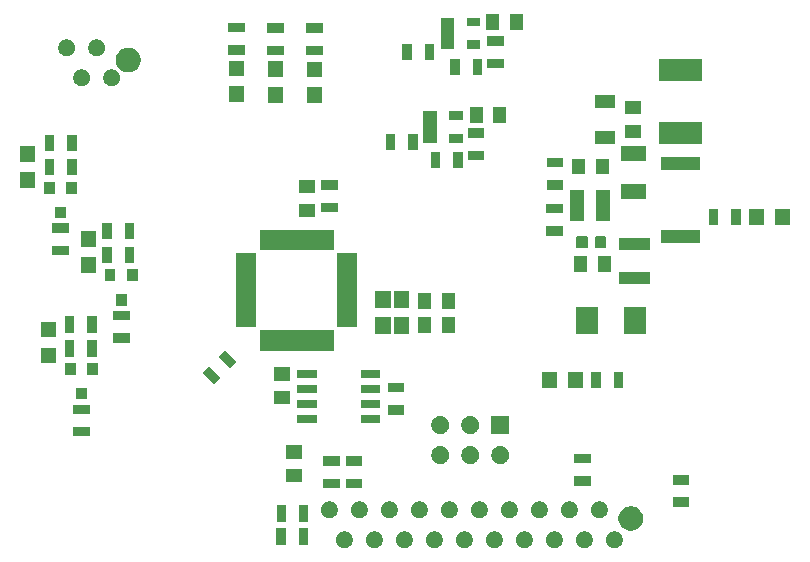
<source format=gts>
G04 #@! TF.GenerationSoftware,KiCad,Pcbnew,5.0.2-bee76a0~70~ubuntu18.04.1*
G04 #@! TF.CreationDate,2019-04-11T22:59:15-04:00*
G04 #@! TF.ProjectId,throttle,7468726f-7474-46c6-952e-6b696361645f,rev?*
G04 #@! TF.SameCoordinates,Original*
G04 #@! TF.FileFunction,Soldermask,Top*
G04 #@! TF.FilePolarity,Negative*
%FSLAX46Y46*%
G04 Gerber Fmt 4.6, Leading zero omitted, Abs format (unit mm)*
G04 Created by KiCad (PCBNEW 5.0.2-bee76a0~70~ubuntu18.04.1) date Thu 11 Apr 2019 10:59:15 PM EDT*
%MOMM*%
%LPD*%
G01*
G04 APERTURE LIST*
%ADD10C,0.100000*%
G04 APERTURE END LIST*
D10*
G36*
X93803472Y-80224938D02*
X93931049Y-80277782D01*
X94045865Y-80354500D01*
X94143500Y-80452135D01*
X94220218Y-80566951D01*
X94273062Y-80694528D01*
X94300000Y-80829956D01*
X94300000Y-80968044D01*
X94273062Y-81103472D01*
X94220218Y-81231049D01*
X94143500Y-81345865D01*
X94045865Y-81443500D01*
X93931049Y-81520218D01*
X93803472Y-81573062D01*
X93668044Y-81600000D01*
X93529956Y-81600000D01*
X93394528Y-81573062D01*
X93266951Y-81520218D01*
X93152135Y-81443500D01*
X93054500Y-81345865D01*
X92977782Y-81231049D01*
X92924938Y-81103472D01*
X92898000Y-80968044D01*
X92898000Y-80829956D01*
X92924938Y-80694528D01*
X92977782Y-80566951D01*
X93054500Y-80452135D01*
X93152135Y-80354500D01*
X93266951Y-80277782D01*
X93394528Y-80224938D01*
X93529956Y-80198000D01*
X93668044Y-80198000D01*
X93803472Y-80224938D01*
X93803472Y-80224938D01*
G37*
G36*
X96343472Y-80224938D02*
X96471049Y-80277782D01*
X96585865Y-80354500D01*
X96683500Y-80452135D01*
X96760218Y-80566951D01*
X96813062Y-80694528D01*
X96840000Y-80829956D01*
X96840000Y-80968044D01*
X96813062Y-81103472D01*
X96760218Y-81231049D01*
X96683500Y-81345865D01*
X96585865Y-81443500D01*
X96471049Y-81520218D01*
X96343472Y-81573062D01*
X96208044Y-81600000D01*
X96069956Y-81600000D01*
X95934528Y-81573062D01*
X95806951Y-81520218D01*
X95692135Y-81443500D01*
X95594500Y-81345865D01*
X95517782Y-81231049D01*
X95464938Y-81103472D01*
X95438000Y-80968044D01*
X95438000Y-80829956D01*
X95464938Y-80694528D01*
X95517782Y-80566951D01*
X95594500Y-80452135D01*
X95692135Y-80354500D01*
X95806951Y-80277782D01*
X95934528Y-80224938D01*
X96069956Y-80198000D01*
X96208044Y-80198000D01*
X96343472Y-80224938D01*
X96343472Y-80224938D01*
G37*
G36*
X76023472Y-80224938D02*
X76151049Y-80277782D01*
X76265865Y-80354500D01*
X76363500Y-80452135D01*
X76440218Y-80566951D01*
X76493062Y-80694528D01*
X76520000Y-80829956D01*
X76520000Y-80968044D01*
X76493062Y-81103472D01*
X76440218Y-81231049D01*
X76363500Y-81345865D01*
X76265865Y-81443500D01*
X76151049Y-81520218D01*
X76023472Y-81573062D01*
X75888044Y-81600000D01*
X75749956Y-81600000D01*
X75614528Y-81573062D01*
X75486951Y-81520218D01*
X75372135Y-81443500D01*
X75274500Y-81345865D01*
X75197782Y-81231049D01*
X75144938Y-81103472D01*
X75118000Y-80968044D01*
X75118000Y-80829956D01*
X75144938Y-80694528D01*
X75197782Y-80566951D01*
X75274500Y-80452135D01*
X75372135Y-80354500D01*
X75486951Y-80277782D01*
X75614528Y-80224938D01*
X75749956Y-80198000D01*
X75888044Y-80198000D01*
X76023472Y-80224938D01*
X76023472Y-80224938D01*
G37*
G36*
X78563472Y-80224938D02*
X78691049Y-80277782D01*
X78805865Y-80354500D01*
X78903500Y-80452135D01*
X78980218Y-80566951D01*
X79033062Y-80694528D01*
X79060000Y-80829956D01*
X79060000Y-80968044D01*
X79033062Y-81103472D01*
X78980218Y-81231049D01*
X78903500Y-81345865D01*
X78805865Y-81443500D01*
X78691049Y-81520218D01*
X78563472Y-81573062D01*
X78428044Y-81600000D01*
X78289956Y-81600000D01*
X78154528Y-81573062D01*
X78026951Y-81520218D01*
X77912135Y-81443500D01*
X77814500Y-81345865D01*
X77737782Y-81231049D01*
X77684938Y-81103472D01*
X77658000Y-80968044D01*
X77658000Y-80829956D01*
X77684938Y-80694528D01*
X77737782Y-80566951D01*
X77814500Y-80452135D01*
X77912135Y-80354500D01*
X78026951Y-80277782D01*
X78154528Y-80224938D01*
X78289956Y-80198000D01*
X78428044Y-80198000D01*
X78563472Y-80224938D01*
X78563472Y-80224938D01*
G37*
G36*
X81103472Y-80224938D02*
X81231049Y-80277782D01*
X81345865Y-80354500D01*
X81443500Y-80452135D01*
X81520218Y-80566951D01*
X81573062Y-80694528D01*
X81600000Y-80829956D01*
X81600000Y-80968044D01*
X81573062Y-81103472D01*
X81520218Y-81231049D01*
X81443500Y-81345865D01*
X81345865Y-81443500D01*
X81231049Y-81520218D01*
X81103472Y-81573062D01*
X80968044Y-81600000D01*
X80829956Y-81600000D01*
X80694528Y-81573062D01*
X80566951Y-81520218D01*
X80452135Y-81443500D01*
X80354500Y-81345865D01*
X80277782Y-81231049D01*
X80224938Y-81103472D01*
X80198000Y-80968044D01*
X80198000Y-80829956D01*
X80224938Y-80694528D01*
X80277782Y-80566951D01*
X80354500Y-80452135D01*
X80452135Y-80354500D01*
X80566951Y-80277782D01*
X80694528Y-80224938D01*
X80829956Y-80198000D01*
X80968044Y-80198000D01*
X81103472Y-80224938D01*
X81103472Y-80224938D01*
G37*
G36*
X83643472Y-80224938D02*
X83771049Y-80277782D01*
X83885865Y-80354500D01*
X83983500Y-80452135D01*
X84060218Y-80566951D01*
X84113062Y-80694528D01*
X84140000Y-80829956D01*
X84140000Y-80968044D01*
X84113062Y-81103472D01*
X84060218Y-81231049D01*
X83983500Y-81345865D01*
X83885865Y-81443500D01*
X83771049Y-81520218D01*
X83643472Y-81573062D01*
X83508044Y-81600000D01*
X83369956Y-81600000D01*
X83234528Y-81573062D01*
X83106951Y-81520218D01*
X82992135Y-81443500D01*
X82894500Y-81345865D01*
X82817782Y-81231049D01*
X82764938Y-81103472D01*
X82738000Y-80968044D01*
X82738000Y-80829956D01*
X82764938Y-80694528D01*
X82817782Y-80566951D01*
X82894500Y-80452135D01*
X82992135Y-80354500D01*
X83106951Y-80277782D01*
X83234528Y-80224938D01*
X83369956Y-80198000D01*
X83508044Y-80198000D01*
X83643472Y-80224938D01*
X83643472Y-80224938D01*
G37*
G36*
X88723472Y-80224938D02*
X88851049Y-80277782D01*
X88965865Y-80354500D01*
X89063500Y-80452135D01*
X89140218Y-80566951D01*
X89193062Y-80694528D01*
X89220000Y-80829956D01*
X89220000Y-80968044D01*
X89193062Y-81103472D01*
X89140218Y-81231049D01*
X89063500Y-81345865D01*
X88965865Y-81443500D01*
X88851049Y-81520218D01*
X88723472Y-81573062D01*
X88588044Y-81600000D01*
X88449956Y-81600000D01*
X88314528Y-81573062D01*
X88186951Y-81520218D01*
X88072135Y-81443500D01*
X87974500Y-81345865D01*
X87897782Y-81231049D01*
X87844938Y-81103472D01*
X87818000Y-80968044D01*
X87818000Y-80829956D01*
X87844938Y-80694528D01*
X87897782Y-80566951D01*
X87974500Y-80452135D01*
X88072135Y-80354500D01*
X88186951Y-80277782D01*
X88314528Y-80224938D01*
X88449956Y-80198000D01*
X88588044Y-80198000D01*
X88723472Y-80224938D01*
X88723472Y-80224938D01*
G37*
G36*
X86183472Y-80224938D02*
X86311049Y-80277782D01*
X86425865Y-80354500D01*
X86523500Y-80452135D01*
X86600218Y-80566951D01*
X86653062Y-80694528D01*
X86680000Y-80829956D01*
X86680000Y-80968044D01*
X86653062Y-81103472D01*
X86600218Y-81231049D01*
X86523500Y-81345865D01*
X86425865Y-81443500D01*
X86311049Y-81520218D01*
X86183472Y-81573062D01*
X86048044Y-81600000D01*
X85909956Y-81600000D01*
X85774528Y-81573062D01*
X85646951Y-81520218D01*
X85532135Y-81443500D01*
X85434500Y-81345865D01*
X85357782Y-81231049D01*
X85304938Y-81103472D01*
X85278000Y-80968044D01*
X85278000Y-80829956D01*
X85304938Y-80694528D01*
X85357782Y-80566951D01*
X85434500Y-80452135D01*
X85532135Y-80354500D01*
X85646951Y-80277782D01*
X85774528Y-80224938D01*
X85909956Y-80198000D01*
X86048044Y-80198000D01*
X86183472Y-80224938D01*
X86183472Y-80224938D01*
G37*
G36*
X98883472Y-80224938D02*
X99011049Y-80277782D01*
X99125865Y-80354500D01*
X99223500Y-80452135D01*
X99300218Y-80566951D01*
X99353062Y-80694528D01*
X99380000Y-80829956D01*
X99380000Y-80968044D01*
X99353062Y-81103472D01*
X99300218Y-81231049D01*
X99223500Y-81345865D01*
X99125865Y-81443500D01*
X99011049Y-81520218D01*
X98883472Y-81573062D01*
X98748044Y-81600000D01*
X98609956Y-81600000D01*
X98474528Y-81573062D01*
X98346951Y-81520218D01*
X98232135Y-81443500D01*
X98134500Y-81345865D01*
X98057782Y-81231049D01*
X98004938Y-81103472D01*
X97978000Y-80968044D01*
X97978000Y-80829956D01*
X98004938Y-80694528D01*
X98057782Y-80566951D01*
X98134500Y-80452135D01*
X98232135Y-80354500D01*
X98346951Y-80277782D01*
X98474528Y-80224938D01*
X98609956Y-80198000D01*
X98748044Y-80198000D01*
X98883472Y-80224938D01*
X98883472Y-80224938D01*
G37*
G36*
X91263472Y-80224938D02*
X91391049Y-80277782D01*
X91505865Y-80354500D01*
X91603500Y-80452135D01*
X91680218Y-80566951D01*
X91733062Y-80694528D01*
X91760000Y-80829956D01*
X91760000Y-80968044D01*
X91733062Y-81103472D01*
X91680218Y-81231049D01*
X91603500Y-81345865D01*
X91505865Y-81443500D01*
X91391049Y-81520218D01*
X91263472Y-81573062D01*
X91128044Y-81600000D01*
X90989956Y-81600000D01*
X90854528Y-81573062D01*
X90726951Y-81520218D01*
X90612135Y-81443500D01*
X90514500Y-81345865D01*
X90437782Y-81231049D01*
X90384938Y-81103472D01*
X90358000Y-80968044D01*
X90358000Y-80829956D01*
X90384938Y-80694528D01*
X90437782Y-80566951D01*
X90514500Y-80452135D01*
X90612135Y-80354500D01*
X90726951Y-80277782D01*
X90854528Y-80224938D01*
X90989956Y-80198000D01*
X91128044Y-80198000D01*
X91263472Y-80224938D01*
X91263472Y-80224938D01*
G37*
G36*
X72750400Y-81320600D02*
X71948400Y-81320600D01*
X71948400Y-79918600D01*
X72750400Y-79918600D01*
X72750400Y-81320600D01*
X72750400Y-81320600D01*
G37*
G36*
X70850400Y-81320600D02*
X70048400Y-81320600D01*
X70048400Y-79918600D01*
X70850400Y-79918600D01*
X70850400Y-81320600D01*
X70850400Y-81320600D01*
G37*
G36*
X100385565Y-78088389D02*
X100576834Y-78167615D01*
X100748976Y-78282637D01*
X100895363Y-78429024D01*
X101010385Y-78601166D01*
X101089611Y-78792435D01*
X101130000Y-78995484D01*
X101130000Y-79202516D01*
X101089611Y-79405565D01*
X101010385Y-79596834D01*
X100895363Y-79768976D01*
X100748976Y-79915363D01*
X100576834Y-80030385D01*
X100385565Y-80109611D01*
X100182516Y-80150000D01*
X99975484Y-80150000D01*
X99772435Y-80109611D01*
X99581166Y-80030385D01*
X99409024Y-79915363D01*
X99262637Y-79768976D01*
X99147615Y-79596834D01*
X99068389Y-79405565D01*
X99028000Y-79202516D01*
X99028000Y-78995484D01*
X99068389Y-78792435D01*
X99147615Y-78601166D01*
X99262637Y-78429024D01*
X99409024Y-78282637D01*
X99581166Y-78167615D01*
X99772435Y-78088389D01*
X99975484Y-78048000D01*
X100182516Y-78048000D01*
X100385565Y-78088389D01*
X100385565Y-78088389D01*
G37*
G36*
X72786000Y-79364800D02*
X71984000Y-79364800D01*
X71984000Y-77962800D01*
X72786000Y-77962800D01*
X72786000Y-79364800D01*
X72786000Y-79364800D01*
G37*
G36*
X70886000Y-79364800D02*
X70084000Y-79364800D01*
X70084000Y-77962800D01*
X70886000Y-77962800D01*
X70886000Y-79364800D01*
X70886000Y-79364800D01*
G37*
G36*
X95073472Y-77684938D02*
X95201049Y-77737782D01*
X95315865Y-77814500D01*
X95413500Y-77912135D01*
X95490218Y-78026951D01*
X95543062Y-78154528D01*
X95570000Y-78289956D01*
X95570000Y-78428044D01*
X95543062Y-78563472D01*
X95490218Y-78691049D01*
X95413500Y-78805865D01*
X95315865Y-78903500D01*
X95201049Y-78980218D01*
X95073472Y-79033062D01*
X94938044Y-79060000D01*
X94799956Y-79060000D01*
X94664528Y-79033062D01*
X94536951Y-78980218D01*
X94422135Y-78903500D01*
X94324500Y-78805865D01*
X94247782Y-78691049D01*
X94194938Y-78563472D01*
X94168000Y-78428044D01*
X94168000Y-78289956D01*
X94194938Y-78154528D01*
X94247782Y-78026951D01*
X94324500Y-77912135D01*
X94422135Y-77814500D01*
X94536951Y-77737782D01*
X94664528Y-77684938D01*
X94799956Y-77658000D01*
X94938044Y-77658000D01*
X95073472Y-77684938D01*
X95073472Y-77684938D01*
G37*
G36*
X77293472Y-77684938D02*
X77421049Y-77737782D01*
X77535865Y-77814500D01*
X77633500Y-77912135D01*
X77710218Y-78026951D01*
X77763062Y-78154528D01*
X77790000Y-78289956D01*
X77790000Y-78428044D01*
X77763062Y-78563472D01*
X77710218Y-78691049D01*
X77633500Y-78805865D01*
X77535865Y-78903500D01*
X77421049Y-78980218D01*
X77293472Y-79033062D01*
X77158044Y-79060000D01*
X77019956Y-79060000D01*
X76884528Y-79033062D01*
X76756951Y-78980218D01*
X76642135Y-78903500D01*
X76544500Y-78805865D01*
X76467782Y-78691049D01*
X76414938Y-78563472D01*
X76388000Y-78428044D01*
X76388000Y-78289956D01*
X76414938Y-78154528D01*
X76467782Y-78026951D01*
X76544500Y-77912135D01*
X76642135Y-77814500D01*
X76756951Y-77737782D01*
X76884528Y-77684938D01*
X77019956Y-77658000D01*
X77158044Y-77658000D01*
X77293472Y-77684938D01*
X77293472Y-77684938D01*
G37*
G36*
X79833472Y-77684938D02*
X79961049Y-77737782D01*
X80075865Y-77814500D01*
X80173500Y-77912135D01*
X80250218Y-78026951D01*
X80303062Y-78154528D01*
X80330000Y-78289956D01*
X80330000Y-78428044D01*
X80303062Y-78563472D01*
X80250218Y-78691049D01*
X80173500Y-78805865D01*
X80075865Y-78903500D01*
X79961049Y-78980218D01*
X79833472Y-79033062D01*
X79698044Y-79060000D01*
X79559956Y-79060000D01*
X79424528Y-79033062D01*
X79296951Y-78980218D01*
X79182135Y-78903500D01*
X79084500Y-78805865D01*
X79007782Y-78691049D01*
X78954938Y-78563472D01*
X78928000Y-78428044D01*
X78928000Y-78289956D01*
X78954938Y-78154528D01*
X79007782Y-78026951D01*
X79084500Y-77912135D01*
X79182135Y-77814500D01*
X79296951Y-77737782D01*
X79424528Y-77684938D01*
X79559956Y-77658000D01*
X79698044Y-77658000D01*
X79833472Y-77684938D01*
X79833472Y-77684938D01*
G37*
G36*
X82373472Y-77684938D02*
X82501049Y-77737782D01*
X82615865Y-77814500D01*
X82713500Y-77912135D01*
X82790218Y-78026951D01*
X82843062Y-78154528D01*
X82870000Y-78289956D01*
X82870000Y-78428044D01*
X82843062Y-78563472D01*
X82790218Y-78691049D01*
X82713500Y-78805865D01*
X82615865Y-78903500D01*
X82501049Y-78980218D01*
X82373472Y-79033062D01*
X82238044Y-79060000D01*
X82099956Y-79060000D01*
X81964528Y-79033062D01*
X81836951Y-78980218D01*
X81722135Y-78903500D01*
X81624500Y-78805865D01*
X81547782Y-78691049D01*
X81494938Y-78563472D01*
X81468000Y-78428044D01*
X81468000Y-78289956D01*
X81494938Y-78154528D01*
X81547782Y-78026951D01*
X81624500Y-77912135D01*
X81722135Y-77814500D01*
X81836951Y-77737782D01*
X81964528Y-77684938D01*
X82099956Y-77658000D01*
X82238044Y-77658000D01*
X82373472Y-77684938D01*
X82373472Y-77684938D01*
G37*
G36*
X97613472Y-77684938D02*
X97741049Y-77737782D01*
X97855865Y-77814500D01*
X97953500Y-77912135D01*
X98030218Y-78026951D01*
X98083062Y-78154528D01*
X98110000Y-78289956D01*
X98110000Y-78428044D01*
X98083062Y-78563472D01*
X98030218Y-78691049D01*
X97953500Y-78805865D01*
X97855865Y-78903500D01*
X97741049Y-78980218D01*
X97613472Y-79033062D01*
X97478044Y-79060000D01*
X97339956Y-79060000D01*
X97204528Y-79033062D01*
X97076951Y-78980218D01*
X96962135Y-78903500D01*
X96864500Y-78805865D01*
X96787782Y-78691049D01*
X96734938Y-78563472D01*
X96708000Y-78428044D01*
X96708000Y-78289956D01*
X96734938Y-78154528D01*
X96787782Y-78026951D01*
X96864500Y-77912135D01*
X96962135Y-77814500D01*
X97076951Y-77737782D01*
X97204528Y-77684938D01*
X97339956Y-77658000D01*
X97478044Y-77658000D01*
X97613472Y-77684938D01*
X97613472Y-77684938D01*
G37*
G36*
X92533472Y-77684938D02*
X92661049Y-77737782D01*
X92775865Y-77814500D01*
X92873500Y-77912135D01*
X92950218Y-78026951D01*
X93003062Y-78154528D01*
X93030000Y-78289956D01*
X93030000Y-78428044D01*
X93003062Y-78563472D01*
X92950218Y-78691049D01*
X92873500Y-78805865D01*
X92775865Y-78903500D01*
X92661049Y-78980218D01*
X92533472Y-79033062D01*
X92398044Y-79060000D01*
X92259956Y-79060000D01*
X92124528Y-79033062D01*
X91996951Y-78980218D01*
X91882135Y-78903500D01*
X91784500Y-78805865D01*
X91707782Y-78691049D01*
X91654938Y-78563472D01*
X91628000Y-78428044D01*
X91628000Y-78289956D01*
X91654938Y-78154528D01*
X91707782Y-78026951D01*
X91784500Y-77912135D01*
X91882135Y-77814500D01*
X91996951Y-77737782D01*
X92124528Y-77684938D01*
X92259956Y-77658000D01*
X92398044Y-77658000D01*
X92533472Y-77684938D01*
X92533472Y-77684938D01*
G37*
G36*
X84913472Y-77684938D02*
X85041049Y-77737782D01*
X85155865Y-77814500D01*
X85253500Y-77912135D01*
X85330218Y-78026951D01*
X85383062Y-78154528D01*
X85410000Y-78289956D01*
X85410000Y-78428044D01*
X85383062Y-78563472D01*
X85330218Y-78691049D01*
X85253500Y-78805865D01*
X85155865Y-78903500D01*
X85041049Y-78980218D01*
X84913472Y-79033062D01*
X84778044Y-79060000D01*
X84639956Y-79060000D01*
X84504528Y-79033062D01*
X84376951Y-78980218D01*
X84262135Y-78903500D01*
X84164500Y-78805865D01*
X84087782Y-78691049D01*
X84034938Y-78563472D01*
X84008000Y-78428044D01*
X84008000Y-78289956D01*
X84034938Y-78154528D01*
X84087782Y-78026951D01*
X84164500Y-77912135D01*
X84262135Y-77814500D01*
X84376951Y-77737782D01*
X84504528Y-77684938D01*
X84639956Y-77658000D01*
X84778044Y-77658000D01*
X84913472Y-77684938D01*
X84913472Y-77684938D01*
G37*
G36*
X89993472Y-77684938D02*
X90121049Y-77737782D01*
X90235865Y-77814500D01*
X90333500Y-77912135D01*
X90410218Y-78026951D01*
X90463062Y-78154528D01*
X90490000Y-78289956D01*
X90490000Y-78428044D01*
X90463062Y-78563472D01*
X90410218Y-78691049D01*
X90333500Y-78805865D01*
X90235865Y-78903500D01*
X90121049Y-78980218D01*
X89993472Y-79033062D01*
X89858044Y-79060000D01*
X89719956Y-79060000D01*
X89584528Y-79033062D01*
X89456951Y-78980218D01*
X89342135Y-78903500D01*
X89244500Y-78805865D01*
X89167782Y-78691049D01*
X89114938Y-78563472D01*
X89088000Y-78428044D01*
X89088000Y-78289956D01*
X89114938Y-78154528D01*
X89167782Y-78026951D01*
X89244500Y-77912135D01*
X89342135Y-77814500D01*
X89456951Y-77737782D01*
X89584528Y-77684938D01*
X89719956Y-77658000D01*
X89858044Y-77658000D01*
X89993472Y-77684938D01*
X89993472Y-77684938D01*
G37*
G36*
X87453472Y-77684938D02*
X87581049Y-77737782D01*
X87695865Y-77814500D01*
X87793500Y-77912135D01*
X87870218Y-78026951D01*
X87923062Y-78154528D01*
X87950000Y-78289956D01*
X87950000Y-78428044D01*
X87923062Y-78563472D01*
X87870218Y-78691049D01*
X87793500Y-78805865D01*
X87695865Y-78903500D01*
X87581049Y-78980218D01*
X87453472Y-79033062D01*
X87318044Y-79060000D01*
X87179956Y-79060000D01*
X87044528Y-79033062D01*
X86916951Y-78980218D01*
X86802135Y-78903500D01*
X86704500Y-78805865D01*
X86627782Y-78691049D01*
X86574938Y-78563472D01*
X86548000Y-78428044D01*
X86548000Y-78289956D01*
X86574938Y-78154528D01*
X86627782Y-78026951D01*
X86704500Y-77912135D01*
X86802135Y-77814500D01*
X86916951Y-77737782D01*
X87044528Y-77684938D01*
X87179956Y-77658000D01*
X87318044Y-77658000D01*
X87453472Y-77684938D01*
X87453472Y-77684938D01*
G37*
G36*
X74753472Y-77684938D02*
X74881049Y-77737782D01*
X74995865Y-77814500D01*
X75093500Y-77912135D01*
X75170218Y-78026951D01*
X75223062Y-78154528D01*
X75250000Y-78289956D01*
X75250000Y-78428044D01*
X75223062Y-78563472D01*
X75170218Y-78691049D01*
X75093500Y-78805865D01*
X74995865Y-78903500D01*
X74881049Y-78980218D01*
X74753472Y-79033062D01*
X74618044Y-79060000D01*
X74479956Y-79060000D01*
X74344528Y-79033062D01*
X74216951Y-78980218D01*
X74102135Y-78903500D01*
X74004500Y-78805865D01*
X73927782Y-78691049D01*
X73874938Y-78563472D01*
X73848000Y-78428044D01*
X73848000Y-78289956D01*
X73874938Y-78154528D01*
X73927782Y-78026951D01*
X74004500Y-77912135D01*
X74102135Y-77814500D01*
X74216951Y-77737782D01*
X74344528Y-77684938D01*
X74479956Y-77658000D01*
X74618044Y-77658000D01*
X74753472Y-77684938D01*
X74753472Y-77684938D01*
G37*
G36*
X105031500Y-78122500D02*
X103629500Y-78122500D01*
X103629500Y-77320500D01*
X105031500Y-77320500D01*
X105031500Y-78122500D01*
X105031500Y-78122500D01*
G37*
G36*
X77345500Y-76532500D02*
X75943500Y-76532500D01*
X75943500Y-75730500D01*
X77345500Y-75730500D01*
X77345500Y-76532500D01*
X77345500Y-76532500D01*
G37*
G36*
X75440500Y-76532500D02*
X74038500Y-76532500D01*
X74038500Y-75730500D01*
X75440500Y-75730500D01*
X75440500Y-76532500D01*
X75440500Y-76532500D01*
G37*
G36*
X96713000Y-76342000D02*
X95311000Y-76342000D01*
X95311000Y-75540000D01*
X96713000Y-75540000D01*
X96713000Y-76342000D01*
X96713000Y-76342000D01*
G37*
G36*
X105031500Y-76222500D02*
X103629500Y-76222500D01*
X103629500Y-75420500D01*
X105031500Y-75420500D01*
X105031500Y-76222500D01*
X105031500Y-76222500D01*
G37*
G36*
X72240500Y-76020500D02*
X70888500Y-76020500D01*
X70888500Y-74918500D01*
X72240500Y-74918500D01*
X72240500Y-76020500D01*
X72240500Y-76020500D01*
G37*
G36*
X77345500Y-74632500D02*
X75943500Y-74632500D01*
X75943500Y-73830500D01*
X77345500Y-73830500D01*
X77345500Y-74632500D01*
X77345500Y-74632500D01*
G37*
G36*
X75440500Y-74632500D02*
X74038500Y-74632500D01*
X74038500Y-73830500D01*
X75440500Y-73830500D01*
X75440500Y-74632500D01*
X75440500Y-74632500D01*
G37*
G36*
X89159004Y-72984044D02*
X89246059Y-73001360D01*
X89382732Y-73057972D01*
X89382733Y-73057973D01*
X89505738Y-73140162D01*
X89610338Y-73244762D01*
X89610340Y-73244765D01*
X89692528Y-73367768D01*
X89749140Y-73504441D01*
X89766456Y-73591496D01*
X89778000Y-73649531D01*
X89778000Y-73797469D01*
X89766456Y-73855504D01*
X89749140Y-73942559D01*
X89692528Y-74079232D01*
X89692527Y-74079233D01*
X89610338Y-74202238D01*
X89505738Y-74306838D01*
X89505735Y-74306840D01*
X89382732Y-74389028D01*
X89246059Y-74445640D01*
X89159004Y-74462956D01*
X89100969Y-74474500D01*
X88953031Y-74474500D01*
X88894996Y-74462956D01*
X88807941Y-74445640D01*
X88671268Y-74389028D01*
X88548265Y-74306840D01*
X88548262Y-74306838D01*
X88443662Y-74202238D01*
X88361473Y-74079233D01*
X88361472Y-74079232D01*
X88304860Y-73942559D01*
X88287544Y-73855504D01*
X88276000Y-73797469D01*
X88276000Y-73649531D01*
X88287544Y-73591496D01*
X88304860Y-73504441D01*
X88361472Y-73367768D01*
X88443660Y-73244765D01*
X88443662Y-73244762D01*
X88548262Y-73140162D01*
X88671267Y-73057973D01*
X88671268Y-73057972D01*
X88807941Y-73001360D01*
X88894996Y-72984044D01*
X88953031Y-72972500D01*
X89100969Y-72972500D01*
X89159004Y-72984044D01*
X89159004Y-72984044D01*
G37*
G36*
X86619004Y-72984044D02*
X86706059Y-73001360D01*
X86842732Y-73057972D01*
X86842733Y-73057973D01*
X86965738Y-73140162D01*
X87070338Y-73244762D01*
X87070340Y-73244765D01*
X87152528Y-73367768D01*
X87209140Y-73504441D01*
X87226456Y-73591496D01*
X87238000Y-73649531D01*
X87238000Y-73797469D01*
X87226456Y-73855504D01*
X87209140Y-73942559D01*
X87152528Y-74079232D01*
X87152527Y-74079233D01*
X87070338Y-74202238D01*
X86965738Y-74306838D01*
X86965735Y-74306840D01*
X86842732Y-74389028D01*
X86706059Y-74445640D01*
X86619004Y-74462956D01*
X86560969Y-74474500D01*
X86413031Y-74474500D01*
X86354996Y-74462956D01*
X86267941Y-74445640D01*
X86131268Y-74389028D01*
X86008265Y-74306840D01*
X86008262Y-74306838D01*
X85903662Y-74202238D01*
X85821473Y-74079233D01*
X85821472Y-74079232D01*
X85764860Y-73942559D01*
X85747544Y-73855504D01*
X85736000Y-73797469D01*
X85736000Y-73649531D01*
X85747544Y-73591496D01*
X85764860Y-73504441D01*
X85821472Y-73367768D01*
X85903660Y-73244765D01*
X85903662Y-73244762D01*
X86008262Y-73140162D01*
X86131267Y-73057973D01*
X86131268Y-73057972D01*
X86267941Y-73001360D01*
X86354996Y-72984044D01*
X86413031Y-72972500D01*
X86560969Y-72972500D01*
X86619004Y-72984044D01*
X86619004Y-72984044D01*
G37*
G36*
X84079004Y-72984044D02*
X84166059Y-73001360D01*
X84302732Y-73057972D01*
X84302733Y-73057973D01*
X84425738Y-73140162D01*
X84530338Y-73244762D01*
X84530340Y-73244765D01*
X84612528Y-73367768D01*
X84669140Y-73504441D01*
X84686456Y-73591496D01*
X84698000Y-73649531D01*
X84698000Y-73797469D01*
X84686456Y-73855504D01*
X84669140Y-73942559D01*
X84612528Y-74079232D01*
X84612527Y-74079233D01*
X84530338Y-74202238D01*
X84425738Y-74306838D01*
X84425735Y-74306840D01*
X84302732Y-74389028D01*
X84166059Y-74445640D01*
X84079004Y-74462956D01*
X84020969Y-74474500D01*
X83873031Y-74474500D01*
X83814996Y-74462956D01*
X83727941Y-74445640D01*
X83591268Y-74389028D01*
X83468265Y-74306840D01*
X83468262Y-74306838D01*
X83363662Y-74202238D01*
X83281473Y-74079233D01*
X83281472Y-74079232D01*
X83224860Y-73942559D01*
X83207544Y-73855504D01*
X83196000Y-73797469D01*
X83196000Y-73649531D01*
X83207544Y-73591496D01*
X83224860Y-73504441D01*
X83281472Y-73367768D01*
X83363660Y-73244765D01*
X83363662Y-73244762D01*
X83468262Y-73140162D01*
X83591267Y-73057973D01*
X83591268Y-73057972D01*
X83727941Y-73001360D01*
X83814996Y-72984044D01*
X83873031Y-72972500D01*
X84020969Y-72972500D01*
X84079004Y-72984044D01*
X84079004Y-72984044D01*
G37*
G36*
X96713000Y-74442000D02*
X95311000Y-74442000D01*
X95311000Y-73640000D01*
X96713000Y-73640000D01*
X96713000Y-74442000D01*
X96713000Y-74442000D01*
G37*
G36*
X72240500Y-74020500D02*
X70888500Y-74020500D01*
X70888500Y-72918500D01*
X72240500Y-72918500D01*
X72240500Y-74020500D01*
X72240500Y-74020500D01*
G37*
G36*
X54272369Y-72156234D02*
X52870369Y-72156234D01*
X52870369Y-71354234D01*
X54272369Y-71354234D01*
X54272369Y-72156234D01*
X54272369Y-72156234D01*
G37*
G36*
X86619004Y-70444044D02*
X86706059Y-70461360D01*
X86842732Y-70517972D01*
X86842733Y-70517973D01*
X86965738Y-70600162D01*
X87070338Y-70704762D01*
X87070340Y-70704765D01*
X87152528Y-70827768D01*
X87209140Y-70964441D01*
X87238000Y-71109533D01*
X87238000Y-71257467D01*
X87209140Y-71402559D01*
X87152528Y-71539232D01*
X87152527Y-71539233D01*
X87070338Y-71662238D01*
X86965738Y-71766838D01*
X86965735Y-71766840D01*
X86842732Y-71849028D01*
X86706059Y-71905640D01*
X86619004Y-71922956D01*
X86560969Y-71934500D01*
X86413031Y-71934500D01*
X86354996Y-71922956D01*
X86267941Y-71905640D01*
X86131268Y-71849028D01*
X86008265Y-71766840D01*
X86008262Y-71766838D01*
X85903662Y-71662238D01*
X85821473Y-71539233D01*
X85821472Y-71539232D01*
X85764860Y-71402559D01*
X85736000Y-71257467D01*
X85736000Y-71109533D01*
X85764860Y-70964441D01*
X85821472Y-70827768D01*
X85903660Y-70704765D01*
X85903662Y-70704762D01*
X86008262Y-70600162D01*
X86131267Y-70517973D01*
X86131268Y-70517972D01*
X86267941Y-70461360D01*
X86354996Y-70444044D01*
X86413031Y-70432500D01*
X86560969Y-70432500D01*
X86619004Y-70444044D01*
X86619004Y-70444044D01*
G37*
G36*
X84079004Y-70444044D02*
X84166059Y-70461360D01*
X84302732Y-70517972D01*
X84302733Y-70517973D01*
X84425738Y-70600162D01*
X84530338Y-70704762D01*
X84530340Y-70704765D01*
X84612528Y-70827768D01*
X84669140Y-70964441D01*
X84698000Y-71109533D01*
X84698000Y-71257467D01*
X84669140Y-71402559D01*
X84612528Y-71539232D01*
X84612527Y-71539233D01*
X84530338Y-71662238D01*
X84425738Y-71766838D01*
X84425735Y-71766840D01*
X84302732Y-71849028D01*
X84166059Y-71905640D01*
X84079004Y-71922956D01*
X84020969Y-71934500D01*
X83873031Y-71934500D01*
X83814996Y-71922956D01*
X83727941Y-71905640D01*
X83591268Y-71849028D01*
X83468265Y-71766840D01*
X83468262Y-71766838D01*
X83363662Y-71662238D01*
X83281473Y-71539233D01*
X83281472Y-71539232D01*
X83224860Y-71402559D01*
X83196000Y-71257467D01*
X83196000Y-71109533D01*
X83224860Y-70964441D01*
X83281472Y-70827768D01*
X83363660Y-70704765D01*
X83363662Y-70704762D01*
X83468262Y-70600162D01*
X83591267Y-70517973D01*
X83591268Y-70517972D01*
X83727941Y-70461360D01*
X83814996Y-70444044D01*
X83873031Y-70432500D01*
X84020969Y-70432500D01*
X84079004Y-70444044D01*
X84079004Y-70444044D01*
G37*
G36*
X89778000Y-71934500D02*
X88276000Y-71934500D01*
X88276000Y-70432500D01*
X89778000Y-70432500D01*
X89778000Y-71934500D01*
X89778000Y-71934500D01*
G37*
G36*
X73478659Y-71048706D02*
X71826659Y-71048706D01*
X71826659Y-70346706D01*
X73478659Y-70346706D01*
X73478659Y-71048706D01*
X73478659Y-71048706D01*
G37*
G36*
X78878659Y-71048706D02*
X77226659Y-71048706D01*
X77226659Y-70346706D01*
X78878659Y-70346706D01*
X78878659Y-71048706D01*
X78878659Y-71048706D01*
G37*
G36*
X80901500Y-70312000D02*
X79499500Y-70312000D01*
X79499500Y-69510000D01*
X80901500Y-69510000D01*
X80901500Y-70312000D01*
X80901500Y-70312000D01*
G37*
G36*
X54272369Y-70256234D02*
X52870369Y-70256234D01*
X52870369Y-69454234D01*
X54272369Y-69454234D01*
X54272369Y-70256234D01*
X54272369Y-70256234D01*
G37*
G36*
X73478659Y-69778706D02*
X71826659Y-69778706D01*
X71826659Y-69076706D01*
X73478659Y-69076706D01*
X73478659Y-69778706D01*
X73478659Y-69778706D01*
G37*
G36*
X78878659Y-69778706D02*
X77226659Y-69778706D01*
X77226659Y-69076706D01*
X78878659Y-69076706D01*
X78878659Y-69778706D01*
X78878659Y-69778706D01*
G37*
G36*
X71224500Y-69416500D02*
X69872500Y-69416500D01*
X69872500Y-68314500D01*
X71224500Y-68314500D01*
X71224500Y-69416500D01*
X71224500Y-69416500D01*
G37*
G36*
X54022369Y-69020234D02*
X53120369Y-69020234D01*
X53120369Y-68018234D01*
X54022369Y-68018234D01*
X54022369Y-69020234D01*
X54022369Y-69020234D01*
G37*
G36*
X73478659Y-68508706D02*
X71826659Y-68508706D01*
X71826659Y-67806706D01*
X73478659Y-67806706D01*
X73478659Y-68508706D01*
X73478659Y-68508706D01*
G37*
G36*
X78878659Y-68508706D02*
X77226659Y-68508706D01*
X77226659Y-67806706D01*
X78878659Y-67806706D01*
X78878659Y-68508706D01*
X78878659Y-68508706D01*
G37*
G36*
X80901500Y-68412000D02*
X79499500Y-68412000D01*
X79499500Y-67610000D01*
X80901500Y-67610000D01*
X80901500Y-68412000D01*
X80901500Y-68412000D01*
G37*
G36*
X99429123Y-68070357D02*
X98627123Y-68070357D01*
X98627123Y-66668357D01*
X99429123Y-66668357D01*
X99429123Y-68070357D01*
X99429123Y-68070357D01*
G37*
G36*
X97529123Y-68070357D02*
X96727123Y-68070357D01*
X96727123Y-66668357D01*
X97529123Y-66668357D01*
X97529123Y-68070357D01*
X97529123Y-68070357D01*
G37*
G36*
X96029123Y-68020357D02*
X94727123Y-68020357D01*
X94727123Y-66718357D01*
X96029123Y-66718357D01*
X96029123Y-68020357D01*
X96029123Y-68020357D01*
G37*
G36*
X93829123Y-68020357D02*
X92527123Y-68020357D01*
X92527123Y-66718357D01*
X93829123Y-66718357D01*
X93829123Y-68020357D01*
X93829123Y-68020357D01*
G37*
G36*
X65390022Y-67164303D02*
X64822922Y-67731403D01*
X63831558Y-66740039D01*
X64398658Y-66172939D01*
X65390022Y-67164303D01*
X65390022Y-67164303D01*
G37*
G36*
X71224500Y-67416500D02*
X69872500Y-67416500D01*
X69872500Y-66314500D01*
X71224500Y-66314500D01*
X71224500Y-67416500D01*
X71224500Y-67416500D01*
G37*
G36*
X78878659Y-67238706D02*
X77226659Y-67238706D01*
X77226659Y-66536706D01*
X78878659Y-66536706D01*
X78878659Y-67238706D01*
X78878659Y-67238706D01*
G37*
G36*
X73478659Y-67238706D02*
X71826659Y-67238706D01*
X71826659Y-66536706D01*
X73478659Y-66536706D01*
X73478659Y-67238706D01*
X73478659Y-67238706D01*
G37*
G36*
X53072369Y-66920234D02*
X52170369Y-66920234D01*
X52170369Y-65918234D01*
X53072369Y-65918234D01*
X53072369Y-66920234D01*
X53072369Y-66920234D01*
G37*
G36*
X54972369Y-66920234D02*
X54070369Y-66920234D01*
X54070369Y-65918234D01*
X54972369Y-65918234D01*
X54972369Y-66920234D01*
X54972369Y-66920234D01*
G37*
G36*
X66733524Y-65820801D02*
X66166424Y-66387901D01*
X65175060Y-65396537D01*
X65742160Y-64829437D01*
X66733524Y-65820801D01*
X66733524Y-65820801D01*
G37*
G36*
X51428368Y-65952234D02*
X50126368Y-65952234D01*
X50126368Y-64650234D01*
X51428368Y-64650234D01*
X51428368Y-65952234D01*
X51428368Y-65952234D01*
G37*
G36*
X54856368Y-65410234D02*
X54054368Y-65410234D01*
X54054368Y-64008234D01*
X54856368Y-64008234D01*
X54856368Y-65410234D01*
X54856368Y-65410234D01*
G37*
G36*
X52956368Y-65410234D02*
X52154368Y-65410234D01*
X52154368Y-64008234D01*
X52956368Y-64008234D01*
X52956368Y-65410234D01*
X52956368Y-65410234D01*
G37*
G36*
X74913293Y-64876668D02*
X68661293Y-64876668D01*
X68661293Y-63174668D01*
X74913293Y-63174668D01*
X74913293Y-64876668D01*
X74913293Y-64876668D01*
G37*
G36*
X57646799Y-64229017D02*
X56244799Y-64229017D01*
X56244799Y-63427017D01*
X57646799Y-63427017D01*
X57646799Y-64229017D01*
X57646799Y-64229017D01*
G37*
G36*
X51428368Y-63752234D02*
X50126368Y-63752234D01*
X50126368Y-62450234D01*
X51428368Y-62450234D01*
X51428368Y-63752234D01*
X51428368Y-63752234D01*
G37*
G36*
X81337292Y-63502169D02*
X80035292Y-63502169D01*
X80035292Y-62000169D01*
X81337292Y-62000169D01*
X81337292Y-63502169D01*
X81337292Y-63502169D01*
G37*
G36*
X79737292Y-63502169D02*
X78435292Y-63502169D01*
X78435292Y-62000169D01*
X79737292Y-62000169D01*
X79737292Y-63502169D01*
X79737292Y-63502169D01*
G37*
G36*
X101345623Y-63445557D02*
X99465623Y-63445557D01*
X99465623Y-61184557D01*
X101345623Y-61184557D01*
X101345623Y-63445557D01*
X101345623Y-63445557D01*
G37*
G36*
X97281623Y-63445557D02*
X95401623Y-63445557D01*
X95401623Y-61184557D01*
X97281623Y-61184557D01*
X97281623Y-63445557D01*
X97281623Y-63445557D01*
G37*
G36*
X54856369Y-63378233D02*
X54054369Y-63378233D01*
X54054369Y-61976233D01*
X54856369Y-61976233D01*
X54856369Y-63378233D01*
X54856369Y-63378233D01*
G37*
G36*
X52956369Y-63378233D02*
X52154369Y-63378233D01*
X52154369Y-61976233D01*
X52956369Y-61976233D01*
X52956369Y-63378233D01*
X52956369Y-63378233D01*
G37*
G36*
X83205792Y-63363669D02*
X82103792Y-63363669D01*
X82103792Y-62011669D01*
X83205792Y-62011669D01*
X83205792Y-63363669D01*
X83205792Y-63363669D01*
G37*
G36*
X85205792Y-63363669D02*
X84103792Y-63363669D01*
X84103792Y-62011669D01*
X85205792Y-62011669D01*
X85205792Y-63363669D01*
X85205792Y-63363669D01*
G37*
G36*
X68388293Y-62901668D02*
X66686293Y-62901668D01*
X66686293Y-56649668D01*
X68388293Y-56649668D01*
X68388293Y-62901668D01*
X68388293Y-62901668D01*
G37*
G36*
X76888293Y-62901668D02*
X75186293Y-62901668D01*
X75186293Y-56649668D01*
X76888293Y-56649668D01*
X76888293Y-62901668D01*
X76888293Y-62901668D01*
G37*
G36*
X57646799Y-62329017D02*
X56244799Y-62329017D01*
X56244799Y-61527017D01*
X57646799Y-61527017D01*
X57646799Y-62329017D01*
X57646799Y-62329017D01*
G37*
G36*
X85205792Y-61331669D02*
X84103792Y-61331669D01*
X84103792Y-59979669D01*
X85205792Y-59979669D01*
X85205792Y-61331669D01*
X85205792Y-61331669D01*
G37*
G36*
X83205792Y-61331669D02*
X82103792Y-61331669D01*
X82103792Y-59979669D01*
X83205792Y-59979669D01*
X83205792Y-61331669D01*
X83205792Y-61331669D01*
G37*
G36*
X79737292Y-61302169D02*
X78435292Y-61302169D01*
X78435292Y-59800169D01*
X79737292Y-59800169D01*
X79737292Y-61302169D01*
X79737292Y-61302169D01*
G37*
G36*
X81337292Y-61302169D02*
X80035292Y-61302169D01*
X80035292Y-59800169D01*
X81337292Y-59800169D01*
X81337292Y-61302169D01*
X81337292Y-61302169D01*
G37*
G36*
X57396801Y-61093020D02*
X56494801Y-61093020D01*
X56494801Y-60091020D01*
X57396801Y-60091020D01*
X57396801Y-61093020D01*
X57396801Y-61093020D01*
G37*
G36*
X101706623Y-59249557D02*
X99104623Y-59249557D01*
X99104623Y-58247557D01*
X101706623Y-58247557D01*
X101706623Y-59249557D01*
X101706623Y-59249557D01*
G37*
G36*
X58346801Y-58993020D02*
X57444801Y-58993020D01*
X57444801Y-57991020D01*
X58346801Y-57991020D01*
X58346801Y-58993020D01*
X58346801Y-58993020D01*
G37*
G36*
X56446801Y-58993020D02*
X55544801Y-58993020D01*
X55544801Y-57991020D01*
X56446801Y-57991020D01*
X56446801Y-58993020D01*
X56446801Y-58993020D01*
G37*
G36*
X54802800Y-58279019D02*
X53500800Y-58279019D01*
X53500800Y-56977019D01*
X54802800Y-56977019D01*
X54802800Y-58279019D01*
X54802800Y-58279019D01*
G37*
G36*
X98380303Y-58192997D02*
X97278303Y-58192997D01*
X97278303Y-56840997D01*
X98380303Y-56840997D01*
X98380303Y-58192997D01*
X98380303Y-58192997D01*
G37*
G36*
X96380303Y-58192997D02*
X95278303Y-58192997D01*
X95278303Y-56840997D01*
X96380303Y-56840997D01*
X96380303Y-58192997D01*
X96380303Y-58192997D01*
G37*
G36*
X56142800Y-57483019D02*
X55340800Y-57483019D01*
X55340800Y-56081019D01*
X56142800Y-56081019D01*
X56142800Y-57483019D01*
X56142800Y-57483019D01*
G37*
G36*
X58042800Y-57483019D02*
X57240800Y-57483019D01*
X57240800Y-56081019D01*
X58042800Y-56081019D01*
X58042800Y-57483019D01*
X58042800Y-57483019D01*
G37*
G36*
X52503300Y-56799519D02*
X51101300Y-56799519D01*
X51101300Y-55997519D01*
X52503300Y-55997519D01*
X52503300Y-56799519D01*
X52503300Y-56799519D01*
G37*
G36*
X74913293Y-56376668D02*
X68661293Y-56376668D01*
X68661293Y-54674668D01*
X74913293Y-54674668D01*
X74913293Y-56376668D01*
X74913293Y-56376668D01*
G37*
G36*
X101706623Y-56349557D02*
X99104623Y-56349557D01*
X99104623Y-55347557D01*
X101706623Y-55347557D01*
X101706623Y-56349557D01*
X101706623Y-56349557D01*
G37*
G36*
X97868214Y-55189142D02*
X97902192Y-55199450D01*
X97933510Y-55216190D01*
X97960962Y-55238718D01*
X97983490Y-55266170D01*
X98000230Y-55297488D01*
X98010538Y-55331466D01*
X98014623Y-55372947D01*
X98014623Y-56049167D01*
X98010538Y-56090648D01*
X98000230Y-56124626D01*
X97983490Y-56155944D01*
X97960962Y-56183396D01*
X97933510Y-56205924D01*
X97902192Y-56222664D01*
X97868214Y-56232972D01*
X97826733Y-56237057D01*
X97225513Y-56237057D01*
X97184032Y-56232972D01*
X97150054Y-56222664D01*
X97118736Y-56205924D01*
X97091284Y-56183396D01*
X97068756Y-56155944D01*
X97052016Y-56124626D01*
X97041708Y-56090648D01*
X97037623Y-56049167D01*
X97037623Y-55372947D01*
X97041708Y-55331466D01*
X97052016Y-55297488D01*
X97068756Y-55266170D01*
X97091284Y-55238718D01*
X97118736Y-55216190D01*
X97150054Y-55199450D01*
X97184032Y-55189142D01*
X97225513Y-55185057D01*
X97826733Y-55185057D01*
X97868214Y-55189142D01*
X97868214Y-55189142D01*
G37*
G36*
X96293214Y-55189142D02*
X96327192Y-55199450D01*
X96358510Y-55216190D01*
X96385962Y-55238718D01*
X96408490Y-55266170D01*
X96425230Y-55297488D01*
X96435538Y-55331466D01*
X96439623Y-55372947D01*
X96439623Y-56049167D01*
X96435538Y-56090648D01*
X96425230Y-56124626D01*
X96408490Y-56155944D01*
X96385962Y-56183396D01*
X96358510Y-56205924D01*
X96327192Y-56222664D01*
X96293214Y-56232972D01*
X96251733Y-56237057D01*
X95650513Y-56237057D01*
X95609032Y-56232972D01*
X95575054Y-56222664D01*
X95543736Y-56205924D01*
X95516284Y-56183396D01*
X95493756Y-56155944D01*
X95477016Y-56124626D01*
X95466708Y-56090648D01*
X95462623Y-56049167D01*
X95462623Y-55372947D01*
X95466708Y-55331466D01*
X95477016Y-55297488D01*
X95493756Y-55266170D01*
X95516284Y-55238718D01*
X95543736Y-55216190D01*
X95575054Y-55199450D01*
X95609032Y-55189142D01*
X95650513Y-55185057D01*
X96251733Y-55185057D01*
X96293214Y-55189142D01*
X96293214Y-55189142D01*
G37*
G36*
X54802800Y-56079019D02*
X53500800Y-56079019D01*
X53500800Y-54777019D01*
X54802800Y-54777019D01*
X54802800Y-56079019D01*
X54802800Y-56079019D01*
G37*
G36*
X105935203Y-55792157D02*
X102633203Y-55792157D01*
X102633203Y-54690157D01*
X105935203Y-54690157D01*
X105935203Y-55792157D01*
X105935203Y-55792157D01*
G37*
G36*
X56142800Y-55451017D02*
X55340800Y-55451017D01*
X55340800Y-54049017D01*
X56142800Y-54049017D01*
X56142800Y-55451017D01*
X56142800Y-55451017D01*
G37*
G36*
X58042800Y-55451017D02*
X57240800Y-55451017D01*
X57240800Y-54049017D01*
X58042800Y-54049017D01*
X58042800Y-55451017D01*
X58042800Y-55451017D01*
G37*
G36*
X94342603Y-55162137D02*
X92940603Y-55162137D01*
X92940603Y-54360137D01*
X94342603Y-54360137D01*
X94342603Y-55162137D01*
X94342603Y-55162137D01*
G37*
G36*
X52503300Y-54899519D02*
X51101300Y-54899519D01*
X51101300Y-54097519D01*
X52503300Y-54097519D01*
X52503300Y-54899519D01*
X52503300Y-54899519D01*
G37*
G36*
X109379123Y-54270357D02*
X108577123Y-54270357D01*
X108577123Y-52868357D01*
X109379123Y-52868357D01*
X109379123Y-54270357D01*
X109379123Y-54270357D01*
G37*
G36*
X107479123Y-54270357D02*
X106677123Y-54270357D01*
X106677123Y-52868357D01*
X107479123Y-52868357D01*
X107479123Y-54270357D01*
X107479123Y-54270357D01*
G37*
G36*
X111379123Y-54220357D02*
X110077123Y-54220357D01*
X110077123Y-52918357D01*
X111379123Y-52918357D01*
X111379123Y-54220357D01*
X111379123Y-54220357D01*
G37*
G36*
X113579123Y-54220357D02*
X112277123Y-54220357D01*
X112277123Y-52918357D01*
X113579123Y-52918357D01*
X113579123Y-54220357D01*
X113579123Y-54220357D01*
G37*
G36*
X98324923Y-53917757D02*
X97162923Y-53917757D01*
X97162923Y-51265757D01*
X98324923Y-51265757D01*
X98324923Y-53917757D01*
X98324923Y-53917757D01*
G37*
G36*
X96124923Y-53917757D02*
X94962923Y-53917757D01*
X94962923Y-51265757D01*
X96124923Y-51265757D01*
X96124923Y-53917757D01*
X96124923Y-53917757D01*
G37*
G36*
X52253301Y-53697518D02*
X51351301Y-53697518D01*
X51351301Y-52695518D01*
X52253301Y-52695518D01*
X52253301Y-53697518D01*
X52253301Y-53697518D01*
G37*
G36*
X73361292Y-53554669D02*
X72009292Y-53554669D01*
X72009292Y-52452669D01*
X73361292Y-52452669D01*
X73361292Y-53554669D01*
X73361292Y-53554669D01*
G37*
G36*
X94342603Y-53262137D02*
X92940603Y-53262137D01*
X92940603Y-52460137D01*
X94342603Y-52460137D01*
X94342603Y-53262137D01*
X94342603Y-53262137D01*
G37*
G36*
X75291292Y-53177669D02*
X73889292Y-53177669D01*
X73889292Y-52375669D01*
X75291292Y-52375669D01*
X75291292Y-53177669D01*
X75291292Y-53177669D01*
G37*
G36*
X101395663Y-52043657D02*
X99293663Y-52043657D01*
X99293663Y-50741657D01*
X101395663Y-50741657D01*
X101395663Y-52043657D01*
X101395663Y-52043657D01*
G37*
G36*
X51303301Y-51597518D02*
X50401301Y-51597518D01*
X50401301Y-50595518D01*
X51303301Y-50595518D01*
X51303301Y-51597518D01*
X51303301Y-51597518D01*
G37*
G36*
X53203301Y-51597518D02*
X52301301Y-51597518D01*
X52301301Y-50595518D01*
X53203301Y-50595518D01*
X53203301Y-51597518D01*
X53203301Y-51597518D01*
G37*
G36*
X73361292Y-51554669D02*
X72009292Y-51554669D01*
X72009292Y-50452669D01*
X73361292Y-50452669D01*
X73361292Y-51554669D01*
X73361292Y-51554669D01*
G37*
G36*
X75291292Y-51277669D02*
X73889292Y-51277669D01*
X73889292Y-50475669D01*
X75291292Y-50475669D01*
X75291292Y-51277669D01*
X75291292Y-51277669D01*
G37*
G36*
X94357843Y-51275937D02*
X92955843Y-51275937D01*
X92955843Y-50473937D01*
X94357843Y-50473937D01*
X94357843Y-51275937D01*
X94357843Y-51275937D01*
G37*
G36*
X49659302Y-51103518D02*
X48357302Y-51103518D01*
X48357302Y-49801518D01*
X49659302Y-49801518D01*
X49659302Y-51103518D01*
X49659302Y-51103518D01*
G37*
G36*
X53153301Y-50053517D02*
X52351301Y-50053517D01*
X52351301Y-48651517D01*
X53153301Y-48651517D01*
X53153301Y-50053517D01*
X53153301Y-50053517D01*
G37*
G36*
X51253301Y-50053517D02*
X50451301Y-50053517D01*
X50451301Y-48651517D01*
X51253301Y-48651517D01*
X51253301Y-50053517D01*
X51253301Y-50053517D01*
G37*
G36*
X98210123Y-49973557D02*
X97108123Y-49973557D01*
X97108123Y-48621557D01*
X98210123Y-48621557D01*
X98210123Y-49973557D01*
X98210123Y-49973557D01*
G37*
G36*
X96210123Y-49973557D02*
X95108123Y-49973557D01*
X95108123Y-48621557D01*
X96210123Y-48621557D01*
X96210123Y-49973557D01*
X96210123Y-49973557D01*
G37*
G36*
X105935203Y-49592157D02*
X102633203Y-49592157D01*
X102633203Y-48490157D01*
X105935203Y-48490157D01*
X105935203Y-49592157D01*
X105935203Y-49592157D01*
G37*
G36*
X83957220Y-49450150D02*
X83155220Y-49450150D01*
X83155220Y-48048150D01*
X83957220Y-48048150D01*
X83957220Y-49450150D01*
X83957220Y-49450150D01*
G37*
G36*
X85857220Y-49450150D02*
X85055220Y-49450150D01*
X85055220Y-48048150D01*
X85857220Y-48048150D01*
X85857220Y-49450150D01*
X85857220Y-49450150D01*
G37*
G36*
X94357843Y-49375937D02*
X92955843Y-49375937D01*
X92955843Y-48573937D01*
X94357843Y-48573937D01*
X94357843Y-49375937D01*
X94357843Y-49375937D01*
G37*
G36*
X49659302Y-48903518D02*
X48357302Y-48903518D01*
X48357302Y-47601518D01*
X49659302Y-47601518D01*
X49659302Y-48903518D01*
X49659302Y-48903518D01*
G37*
G36*
X101395663Y-48843657D02*
X99293663Y-48843657D01*
X99293663Y-47541657D01*
X101395663Y-47541657D01*
X101395663Y-48843657D01*
X101395663Y-48843657D01*
G37*
G36*
X87681219Y-48764150D02*
X86279219Y-48764150D01*
X86279219Y-47962150D01*
X87681219Y-47962150D01*
X87681219Y-48764150D01*
X87681219Y-48764150D01*
G37*
G36*
X53153300Y-48021519D02*
X52351300Y-48021519D01*
X52351300Y-46619519D01*
X53153300Y-46619519D01*
X53153300Y-48021519D01*
X53153300Y-48021519D01*
G37*
G36*
X51253300Y-48021519D02*
X50451300Y-48021519D01*
X50451300Y-46619519D01*
X51253300Y-46619519D01*
X51253300Y-48021519D01*
X51253300Y-48021519D01*
G37*
G36*
X82047220Y-47926150D02*
X81245220Y-47926150D01*
X81245220Y-46524150D01*
X82047220Y-46524150D01*
X82047220Y-47926150D01*
X82047220Y-47926150D01*
G37*
G36*
X80147220Y-47926150D02*
X79345220Y-47926150D01*
X79345220Y-46524150D01*
X80147220Y-46524150D01*
X80147220Y-47926150D01*
X80147220Y-47926150D01*
G37*
G36*
X106080123Y-47381057D02*
X102478123Y-47381057D01*
X102478123Y-45499057D01*
X106080123Y-45499057D01*
X106080123Y-47381057D01*
X106080123Y-47381057D01*
G37*
G36*
X98780123Y-47372057D02*
X97078123Y-47372057D01*
X97078123Y-46270057D01*
X98780123Y-46270057D01*
X98780123Y-47372057D01*
X98780123Y-47372057D01*
G37*
G36*
X85867220Y-47281149D02*
X84705220Y-47281149D01*
X84705220Y-46529149D01*
X85867220Y-46529149D01*
X85867220Y-47281149D01*
X85867220Y-47281149D01*
G37*
G36*
X83667220Y-47281149D02*
X82505220Y-47281149D01*
X82505220Y-44629149D01*
X83667220Y-44629149D01*
X83667220Y-47281149D01*
X83667220Y-47281149D01*
G37*
G36*
X87681219Y-46864150D02*
X86279219Y-46864150D01*
X86279219Y-46062150D01*
X87681219Y-46062150D01*
X87681219Y-46864150D01*
X87681219Y-46864150D01*
G37*
G36*
X100954623Y-46848057D02*
X99602623Y-46848057D01*
X99602623Y-45746057D01*
X100954623Y-45746057D01*
X100954623Y-46848057D01*
X100954623Y-46848057D01*
G37*
G36*
X89547219Y-45615150D02*
X88445219Y-45615150D01*
X88445219Y-44263150D01*
X89547219Y-44263150D01*
X89547219Y-45615150D01*
X89547219Y-45615150D01*
G37*
G36*
X87547219Y-45615150D02*
X86445219Y-45615150D01*
X86445219Y-44263150D01*
X87547219Y-44263150D01*
X87547219Y-45615150D01*
X87547219Y-45615150D01*
G37*
G36*
X85867220Y-45381149D02*
X84705220Y-45381149D01*
X84705220Y-44629149D01*
X85867220Y-44629149D01*
X85867220Y-45381149D01*
X85867220Y-45381149D01*
G37*
G36*
X100954623Y-44848057D02*
X99602623Y-44848057D01*
X99602623Y-43746057D01*
X100954623Y-43746057D01*
X100954623Y-44848057D01*
X100954623Y-44848057D01*
G37*
G36*
X98780123Y-44372057D02*
X97078123Y-44372057D01*
X97078123Y-43270057D01*
X98780123Y-43270057D01*
X98780123Y-44372057D01*
X98780123Y-44372057D01*
G37*
G36*
X73962220Y-43910223D02*
X72660220Y-43910223D01*
X72660220Y-42608223D01*
X73962220Y-42608223D01*
X73962220Y-43910223D01*
X73962220Y-43910223D01*
G37*
G36*
X70660220Y-43889723D02*
X69358220Y-43889723D01*
X69358220Y-42587723D01*
X70660220Y-42587723D01*
X70660220Y-43889723D01*
X70660220Y-43889723D01*
G37*
G36*
X67358220Y-43826223D02*
X66056220Y-43826223D01*
X66056220Y-42524223D01*
X67358220Y-42524223D01*
X67358220Y-43826223D01*
X67358220Y-43826223D01*
G37*
G36*
X53798472Y-41108938D02*
X53926049Y-41161782D01*
X54040865Y-41238500D01*
X54138500Y-41336135D01*
X54215218Y-41450951D01*
X54268062Y-41578528D01*
X54295000Y-41713956D01*
X54295000Y-41852044D01*
X54268062Y-41987472D01*
X54215218Y-42115049D01*
X54138500Y-42229865D01*
X54040865Y-42327500D01*
X53926049Y-42404218D01*
X53798472Y-42457062D01*
X53663044Y-42484000D01*
X53524956Y-42484000D01*
X53389528Y-42457062D01*
X53261951Y-42404218D01*
X53147135Y-42327500D01*
X53049500Y-42229865D01*
X52972782Y-42115049D01*
X52919938Y-41987472D01*
X52893000Y-41852044D01*
X52893000Y-41713956D01*
X52919938Y-41578528D01*
X52972782Y-41450951D01*
X53049500Y-41336135D01*
X53147135Y-41238500D01*
X53261951Y-41161782D01*
X53389528Y-41108938D01*
X53524956Y-41082000D01*
X53663044Y-41082000D01*
X53798472Y-41108938D01*
X53798472Y-41108938D01*
G37*
G36*
X56338472Y-41108938D02*
X56466049Y-41161782D01*
X56580865Y-41238500D01*
X56678500Y-41336135D01*
X56755218Y-41450951D01*
X56808062Y-41578528D01*
X56835000Y-41713956D01*
X56835000Y-41852044D01*
X56808062Y-41987472D01*
X56755218Y-42115049D01*
X56678500Y-42229865D01*
X56580865Y-42327500D01*
X56466049Y-42404218D01*
X56338472Y-42457062D01*
X56203044Y-42484000D01*
X56064956Y-42484000D01*
X55929528Y-42457062D01*
X55801951Y-42404218D01*
X55687135Y-42327500D01*
X55589500Y-42229865D01*
X55512782Y-42115049D01*
X55459938Y-41987472D01*
X55433000Y-41852044D01*
X55433000Y-41713956D01*
X55459938Y-41578528D01*
X55512782Y-41450951D01*
X55589500Y-41336135D01*
X55687135Y-41238500D01*
X55801951Y-41161782D01*
X55929528Y-41108938D01*
X56064956Y-41082000D01*
X56203044Y-41082000D01*
X56338472Y-41108938D01*
X56338472Y-41108938D01*
G37*
G36*
X106080123Y-42101057D02*
X102478123Y-42101057D01*
X102478123Y-40219057D01*
X106080123Y-40219057D01*
X106080123Y-42101057D01*
X106080123Y-42101057D01*
G37*
G36*
X73962220Y-41710223D02*
X72660220Y-41710223D01*
X72660220Y-40408223D01*
X73962220Y-40408223D01*
X73962220Y-41710223D01*
X73962220Y-41710223D01*
G37*
G36*
X70660220Y-41689723D02*
X69358220Y-41689723D01*
X69358220Y-40387723D01*
X70660220Y-40387723D01*
X70660220Y-41689723D01*
X70660220Y-41689723D01*
G37*
G36*
X67358220Y-41626223D02*
X66056220Y-41626223D01*
X66056220Y-40324223D01*
X67358220Y-40324223D01*
X67358220Y-41626223D01*
X67358220Y-41626223D01*
G37*
G36*
X87508218Y-41576150D02*
X86706218Y-41576150D01*
X86706218Y-40174150D01*
X87508218Y-40174150D01*
X87508218Y-41576150D01*
X87508218Y-41576150D01*
G37*
G36*
X85608218Y-41576150D02*
X84806218Y-41576150D01*
X84806218Y-40174150D01*
X85608218Y-40174150D01*
X85608218Y-41576150D01*
X85608218Y-41576150D01*
G37*
G36*
X57840565Y-39272389D02*
X58031834Y-39351615D01*
X58203976Y-39466637D01*
X58350363Y-39613024D01*
X58465385Y-39785166D01*
X58544611Y-39976435D01*
X58585000Y-40179484D01*
X58585000Y-40386516D01*
X58544611Y-40589565D01*
X58465385Y-40780834D01*
X58350363Y-40952976D01*
X58203976Y-41099363D01*
X58031834Y-41214385D01*
X57840565Y-41293611D01*
X57637516Y-41334000D01*
X57430484Y-41334000D01*
X57227435Y-41293611D01*
X57036166Y-41214385D01*
X56864024Y-41099363D01*
X56717637Y-40952976D01*
X56602615Y-40780834D01*
X56523389Y-40589565D01*
X56483000Y-40386516D01*
X56483000Y-40179484D01*
X56523389Y-39976435D01*
X56602615Y-39785166D01*
X56717637Y-39613024D01*
X56864024Y-39466637D01*
X57036166Y-39351615D01*
X57227435Y-39272389D01*
X57430484Y-39232000D01*
X57637516Y-39232000D01*
X57840565Y-39272389D01*
X57840565Y-39272389D01*
G37*
G36*
X89332220Y-40956150D02*
X87930220Y-40956150D01*
X87930220Y-40154150D01*
X89332220Y-40154150D01*
X89332220Y-40956150D01*
X89332220Y-40956150D01*
G37*
G36*
X83444220Y-40306150D02*
X82642220Y-40306150D01*
X82642220Y-38904150D01*
X83444220Y-38904150D01*
X83444220Y-40306150D01*
X83444220Y-40306150D01*
G37*
G36*
X81544220Y-40306150D02*
X80742220Y-40306150D01*
X80742220Y-38904150D01*
X81544220Y-38904150D01*
X81544220Y-40306150D01*
X81544220Y-40306150D01*
G37*
G36*
X55068472Y-38568938D02*
X55196049Y-38621782D01*
X55310865Y-38698500D01*
X55408500Y-38796135D01*
X55485218Y-38910951D01*
X55538062Y-39038528D01*
X55565000Y-39173956D01*
X55565000Y-39312044D01*
X55538062Y-39447472D01*
X55485218Y-39575049D01*
X55408500Y-39689865D01*
X55310865Y-39787500D01*
X55196049Y-39864218D01*
X55068472Y-39917062D01*
X54933044Y-39944000D01*
X54794956Y-39944000D01*
X54659528Y-39917062D01*
X54531951Y-39864218D01*
X54417135Y-39787500D01*
X54319500Y-39689865D01*
X54242782Y-39575049D01*
X54189938Y-39447472D01*
X54163000Y-39312044D01*
X54163000Y-39173956D01*
X54189938Y-39038528D01*
X54242782Y-38910951D01*
X54319500Y-38796135D01*
X54417135Y-38698500D01*
X54531951Y-38621782D01*
X54659528Y-38568938D01*
X54794956Y-38542000D01*
X54933044Y-38542000D01*
X55068472Y-38568938D01*
X55068472Y-38568938D01*
G37*
G36*
X52528472Y-38568938D02*
X52656049Y-38621782D01*
X52770865Y-38698500D01*
X52868500Y-38796135D01*
X52945218Y-38910951D01*
X52998062Y-39038528D01*
X53025000Y-39173956D01*
X53025000Y-39312044D01*
X52998062Y-39447472D01*
X52945218Y-39575049D01*
X52868500Y-39689865D01*
X52770865Y-39787500D01*
X52656049Y-39864218D01*
X52528472Y-39917062D01*
X52393044Y-39944000D01*
X52254956Y-39944000D01*
X52119528Y-39917062D01*
X51991951Y-39864218D01*
X51877135Y-39787500D01*
X51779500Y-39689865D01*
X51702782Y-39575049D01*
X51649938Y-39447472D01*
X51623000Y-39312044D01*
X51623000Y-39173956D01*
X51649938Y-39038528D01*
X51702782Y-38910951D01*
X51779500Y-38796135D01*
X51877135Y-38698500D01*
X51991951Y-38621782D01*
X52119528Y-38568938D01*
X52254956Y-38542000D01*
X52393044Y-38542000D01*
X52528472Y-38568938D01*
X52528472Y-38568938D01*
G37*
G36*
X70691371Y-39885003D02*
X69289371Y-39885003D01*
X69289371Y-39083003D01*
X70691371Y-39083003D01*
X70691371Y-39885003D01*
X70691371Y-39885003D01*
G37*
G36*
X73993370Y-39885003D02*
X72591370Y-39885003D01*
X72591370Y-39083003D01*
X73993370Y-39083003D01*
X73993370Y-39885003D01*
X73993370Y-39885003D01*
G37*
G36*
X67389369Y-39819004D02*
X65987369Y-39819004D01*
X65987369Y-39017004D01*
X67389369Y-39017004D01*
X67389369Y-39819004D01*
X67389369Y-39819004D01*
G37*
G36*
X87348220Y-39341150D02*
X86186220Y-39341150D01*
X86186220Y-38589150D01*
X87348220Y-38589150D01*
X87348220Y-39341150D01*
X87348220Y-39341150D01*
G37*
G36*
X85148220Y-39341150D02*
X83986220Y-39341150D01*
X83986220Y-36689150D01*
X85148220Y-36689150D01*
X85148220Y-39341150D01*
X85148220Y-39341150D01*
G37*
G36*
X89332220Y-39056150D02*
X87930220Y-39056150D01*
X87930220Y-38254150D01*
X89332220Y-38254150D01*
X89332220Y-39056150D01*
X89332220Y-39056150D01*
G37*
G36*
X70691371Y-37985003D02*
X69289371Y-37985003D01*
X69289371Y-37183003D01*
X70691371Y-37183003D01*
X70691371Y-37985003D01*
X70691371Y-37985003D01*
G37*
G36*
X73993370Y-37985003D02*
X72591370Y-37985003D01*
X72591370Y-37183003D01*
X73993370Y-37183003D01*
X73993370Y-37985003D01*
X73993370Y-37985003D01*
G37*
G36*
X67389369Y-37919004D02*
X65987369Y-37919004D01*
X65987369Y-37117004D01*
X67389369Y-37117004D01*
X67389369Y-37919004D01*
X67389369Y-37919004D01*
G37*
G36*
X90928219Y-37741150D02*
X89826219Y-37741150D01*
X89826219Y-36389150D01*
X90928219Y-36389150D01*
X90928219Y-37741150D01*
X90928219Y-37741150D01*
G37*
G36*
X88928219Y-37741150D02*
X87826219Y-37741150D01*
X87826219Y-36389150D01*
X88928219Y-36389150D01*
X88928219Y-37741150D01*
X88928219Y-37741150D01*
G37*
G36*
X87348220Y-37441150D02*
X86186220Y-37441150D01*
X86186220Y-36689150D01*
X87348220Y-36689150D01*
X87348220Y-37441150D01*
X87348220Y-37441150D01*
G37*
M02*

</source>
